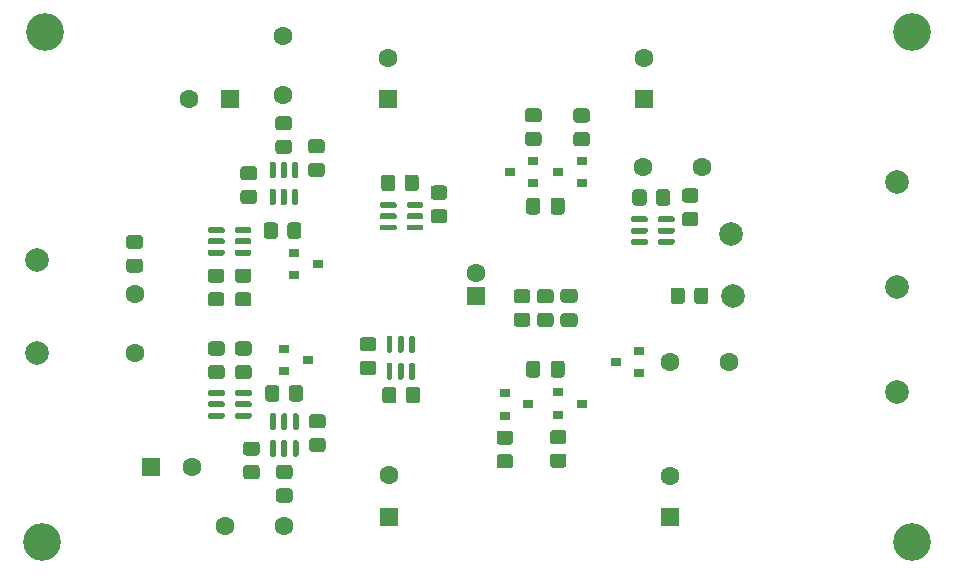
<source format=gbr>
G04 #@! TF.GenerationSoftware,KiCad,Pcbnew,(5.1.8-0-10_14)*
G04 #@! TF.CreationDate,2021-01-02T16:45:16+01:00*
G04 #@! TF.ProjectId,pre-amp-discret,7072652d-616d-4702-9d64-697363726574,rev?*
G04 #@! TF.SameCoordinates,Original*
G04 #@! TF.FileFunction,Soldermask,Top*
G04 #@! TF.FilePolarity,Negative*
%FSLAX46Y46*%
G04 Gerber Fmt 4.6, Leading zero omitted, Abs format (unit mm)*
G04 Created by KiCad (PCBNEW (5.1.8-0-10_14)) date 2021-01-02 16:45:16*
%MOMM*%
%LPD*%
G01*
G04 APERTURE LIST*
%ADD10C,1.600000*%
%ADD11R,1.600000X1.600000*%
%ADD12R,0.900000X0.800000*%
%ADD13C,2.000000*%
%ADD14C,3.200000*%
G04 APERTURE END LIST*
G36*
G01*
X145710100Y-133999000D02*
X145460100Y-133999000D01*
G75*
G02*
X145335100Y-133874000I0J125000D01*
G01*
X145335100Y-132699000D01*
G75*
G02*
X145460100Y-132574000I125000J0D01*
G01*
X145710100Y-132574000D01*
G75*
G02*
X145835100Y-132699000I0J-125000D01*
G01*
X145835100Y-133874000D01*
G75*
G02*
X145710100Y-133999000I-125000J0D01*
G01*
G37*
G36*
G01*
X146660100Y-133999000D02*
X146410100Y-133999000D01*
G75*
G02*
X146285100Y-133874000I0J125000D01*
G01*
X146285100Y-132699000D01*
G75*
G02*
X146410100Y-132574000I125000J0D01*
G01*
X146660100Y-132574000D01*
G75*
G02*
X146785100Y-132699000I0J-125000D01*
G01*
X146785100Y-133874000D01*
G75*
G02*
X146660100Y-133999000I-125000J0D01*
G01*
G37*
G36*
G01*
X147610100Y-133999000D02*
X147360100Y-133999000D01*
G75*
G02*
X147235100Y-133874000I0J125000D01*
G01*
X147235100Y-132699000D01*
G75*
G02*
X147360100Y-132574000I125000J0D01*
G01*
X147610100Y-132574000D01*
G75*
G02*
X147735100Y-132699000I0J-125000D01*
G01*
X147735100Y-133874000D01*
G75*
G02*
X147610100Y-133999000I-125000J0D01*
G01*
G37*
G36*
G01*
X147610100Y-136274000D02*
X147360100Y-136274000D01*
G75*
G02*
X147235100Y-136149000I0J125000D01*
G01*
X147235100Y-134974000D01*
G75*
G02*
X147360100Y-134849000I125000J0D01*
G01*
X147610100Y-134849000D01*
G75*
G02*
X147735100Y-134974000I0J-125000D01*
G01*
X147735100Y-136149000D01*
G75*
G02*
X147610100Y-136274000I-125000J0D01*
G01*
G37*
G36*
G01*
X146660100Y-136274000D02*
X146410100Y-136274000D01*
G75*
G02*
X146285100Y-136149000I0J125000D01*
G01*
X146285100Y-134974000D01*
G75*
G02*
X146410100Y-134849000I125000J0D01*
G01*
X146660100Y-134849000D01*
G75*
G02*
X146785100Y-134974000I0J-125000D01*
G01*
X146785100Y-136149000D01*
G75*
G02*
X146660100Y-136274000I-125000J0D01*
G01*
G37*
G36*
G01*
X145710100Y-136274000D02*
X145460100Y-136274000D01*
G75*
G02*
X145335100Y-136149000I0J125000D01*
G01*
X145335100Y-134974000D01*
G75*
G02*
X145460100Y-134849000I125000J0D01*
G01*
X145710100Y-134849000D01*
G75*
G02*
X145835100Y-134974000I0J-125000D01*
G01*
X145835100Y-136149000D01*
G75*
G02*
X145710100Y-136274000I-125000J0D01*
G01*
G37*
G36*
G01*
X142353000Y-130998500D02*
X142353000Y-130748500D01*
G75*
G02*
X142478000Y-130623500I125000J0D01*
G01*
X143653000Y-130623500D01*
G75*
G02*
X143778000Y-130748500I0J-125000D01*
G01*
X143778000Y-130998500D01*
G75*
G02*
X143653000Y-131123500I-125000J0D01*
G01*
X142478000Y-131123500D01*
G75*
G02*
X142353000Y-130998500I0J125000D01*
G01*
G37*
G36*
G01*
X142353000Y-131948500D02*
X142353000Y-131698500D01*
G75*
G02*
X142478000Y-131573500I125000J0D01*
G01*
X143653000Y-131573500D01*
G75*
G02*
X143778000Y-131698500I0J-125000D01*
G01*
X143778000Y-131948500D01*
G75*
G02*
X143653000Y-132073500I-125000J0D01*
G01*
X142478000Y-132073500D01*
G75*
G02*
X142353000Y-131948500I0J125000D01*
G01*
G37*
G36*
G01*
X142353000Y-132898500D02*
X142353000Y-132648500D01*
G75*
G02*
X142478000Y-132523500I125000J0D01*
G01*
X143653000Y-132523500D01*
G75*
G02*
X143778000Y-132648500I0J-125000D01*
G01*
X143778000Y-132898500D01*
G75*
G02*
X143653000Y-133023500I-125000J0D01*
G01*
X142478000Y-133023500D01*
G75*
G02*
X142353000Y-132898500I0J125000D01*
G01*
G37*
G36*
G01*
X140078000Y-132898500D02*
X140078000Y-132648500D01*
G75*
G02*
X140203000Y-132523500I125000J0D01*
G01*
X141378000Y-132523500D01*
G75*
G02*
X141503000Y-132648500I0J-125000D01*
G01*
X141503000Y-132898500D01*
G75*
G02*
X141378000Y-133023500I-125000J0D01*
G01*
X140203000Y-133023500D01*
G75*
G02*
X140078000Y-132898500I0J125000D01*
G01*
G37*
G36*
G01*
X140078000Y-131948500D02*
X140078000Y-131698500D01*
G75*
G02*
X140203000Y-131573500I125000J0D01*
G01*
X141378000Y-131573500D01*
G75*
G02*
X141503000Y-131698500I0J-125000D01*
G01*
X141503000Y-131948500D01*
G75*
G02*
X141378000Y-132073500I-125000J0D01*
G01*
X140203000Y-132073500D01*
G75*
G02*
X140078000Y-131948500I0J125000D01*
G01*
G37*
G36*
G01*
X140078000Y-130998500D02*
X140078000Y-130748500D01*
G75*
G02*
X140203000Y-130623500I125000J0D01*
G01*
X141378000Y-130623500D01*
G75*
G02*
X141503000Y-130748500I0J-125000D01*
G01*
X141503000Y-130998500D01*
G75*
G02*
X141378000Y-131123500I-125000J0D01*
G01*
X140203000Y-131123500D01*
G75*
G02*
X140078000Y-130998500I0J125000D01*
G01*
G37*
G36*
G01*
X177306000Y-117931700D02*
X177306000Y-118181700D01*
G75*
G02*
X177181000Y-118306700I-125000J0D01*
G01*
X176006000Y-118306700D01*
G75*
G02*
X175881000Y-118181700I0J125000D01*
G01*
X175881000Y-117931700D01*
G75*
G02*
X176006000Y-117806700I125000J0D01*
G01*
X177181000Y-117806700D01*
G75*
G02*
X177306000Y-117931700I0J-125000D01*
G01*
G37*
G36*
G01*
X177306000Y-116981700D02*
X177306000Y-117231700D01*
G75*
G02*
X177181000Y-117356700I-125000J0D01*
G01*
X176006000Y-117356700D01*
G75*
G02*
X175881000Y-117231700I0J125000D01*
G01*
X175881000Y-116981700D01*
G75*
G02*
X176006000Y-116856700I125000J0D01*
G01*
X177181000Y-116856700D01*
G75*
G02*
X177306000Y-116981700I0J-125000D01*
G01*
G37*
G36*
G01*
X177306000Y-116031700D02*
X177306000Y-116281700D01*
G75*
G02*
X177181000Y-116406700I-125000J0D01*
G01*
X176006000Y-116406700D01*
G75*
G02*
X175881000Y-116281700I0J125000D01*
G01*
X175881000Y-116031700D01*
G75*
G02*
X176006000Y-115906700I125000J0D01*
G01*
X177181000Y-115906700D01*
G75*
G02*
X177306000Y-116031700I0J-125000D01*
G01*
G37*
G36*
G01*
X179581000Y-116031700D02*
X179581000Y-116281700D01*
G75*
G02*
X179456000Y-116406700I-125000J0D01*
G01*
X178281000Y-116406700D01*
G75*
G02*
X178156000Y-116281700I0J125000D01*
G01*
X178156000Y-116031700D01*
G75*
G02*
X178281000Y-115906700I125000J0D01*
G01*
X179456000Y-115906700D01*
G75*
G02*
X179581000Y-116031700I0J-125000D01*
G01*
G37*
G36*
G01*
X179581000Y-116981700D02*
X179581000Y-117231700D01*
G75*
G02*
X179456000Y-117356700I-125000J0D01*
G01*
X178281000Y-117356700D01*
G75*
G02*
X178156000Y-117231700I0J125000D01*
G01*
X178156000Y-116981700D01*
G75*
G02*
X178281000Y-116856700I125000J0D01*
G01*
X179456000Y-116856700D01*
G75*
G02*
X179581000Y-116981700I0J-125000D01*
G01*
G37*
G36*
G01*
X179581000Y-117931700D02*
X179581000Y-118181700D01*
G75*
G02*
X179456000Y-118306700I-125000J0D01*
G01*
X178281000Y-118306700D01*
G75*
G02*
X178156000Y-118181700I0J125000D01*
G01*
X178156000Y-117931700D01*
G75*
G02*
X178281000Y-117806700I125000J0D01*
G01*
X179456000Y-117806700D01*
G75*
G02*
X179581000Y-117931700I0J-125000D01*
G01*
G37*
G36*
G01*
X156033500Y-116722700D02*
X156033500Y-116972700D01*
G75*
G02*
X155908500Y-117097700I-125000J0D01*
G01*
X154733500Y-117097700D01*
G75*
G02*
X154608500Y-116972700I0J125000D01*
G01*
X154608500Y-116722700D01*
G75*
G02*
X154733500Y-116597700I125000J0D01*
G01*
X155908500Y-116597700D01*
G75*
G02*
X156033500Y-116722700I0J-125000D01*
G01*
G37*
G36*
G01*
X156033500Y-115772700D02*
X156033500Y-116022700D01*
G75*
G02*
X155908500Y-116147700I-125000J0D01*
G01*
X154733500Y-116147700D01*
G75*
G02*
X154608500Y-116022700I0J125000D01*
G01*
X154608500Y-115772700D01*
G75*
G02*
X154733500Y-115647700I125000J0D01*
G01*
X155908500Y-115647700D01*
G75*
G02*
X156033500Y-115772700I0J-125000D01*
G01*
G37*
G36*
G01*
X156033500Y-114822700D02*
X156033500Y-115072700D01*
G75*
G02*
X155908500Y-115197700I-125000J0D01*
G01*
X154733500Y-115197700D01*
G75*
G02*
X154608500Y-115072700I0J125000D01*
G01*
X154608500Y-114822700D01*
G75*
G02*
X154733500Y-114697700I125000J0D01*
G01*
X155908500Y-114697700D01*
G75*
G02*
X156033500Y-114822700I0J-125000D01*
G01*
G37*
G36*
G01*
X158308500Y-114822700D02*
X158308500Y-115072700D01*
G75*
G02*
X158183500Y-115197700I-125000J0D01*
G01*
X157008500Y-115197700D01*
G75*
G02*
X156883500Y-115072700I0J125000D01*
G01*
X156883500Y-114822700D01*
G75*
G02*
X157008500Y-114697700I125000J0D01*
G01*
X158183500Y-114697700D01*
G75*
G02*
X158308500Y-114822700I0J-125000D01*
G01*
G37*
G36*
G01*
X158308500Y-115772700D02*
X158308500Y-116022700D01*
G75*
G02*
X158183500Y-116147700I-125000J0D01*
G01*
X157008500Y-116147700D01*
G75*
G02*
X156883500Y-116022700I0J125000D01*
G01*
X156883500Y-115772700D01*
G75*
G02*
X157008500Y-115647700I125000J0D01*
G01*
X158183500Y-115647700D01*
G75*
G02*
X158308500Y-115772700I0J-125000D01*
G01*
G37*
G36*
G01*
X158308500Y-116722700D02*
X158308500Y-116972700D01*
G75*
G02*
X158183500Y-117097700I-125000J0D01*
G01*
X157008500Y-117097700D01*
G75*
G02*
X156883500Y-116972700I0J125000D01*
G01*
X156883500Y-116722700D01*
G75*
G02*
X157008500Y-116597700I125000J0D01*
G01*
X158183500Y-116597700D01*
G75*
G02*
X158308500Y-116722700I0J-125000D01*
G01*
G37*
G36*
G01*
X142329300Y-117198600D02*
X142329300Y-116948600D01*
G75*
G02*
X142454300Y-116823600I125000J0D01*
G01*
X143629300Y-116823600D01*
G75*
G02*
X143754300Y-116948600I0J-125000D01*
G01*
X143754300Y-117198600D01*
G75*
G02*
X143629300Y-117323600I-125000J0D01*
G01*
X142454300Y-117323600D01*
G75*
G02*
X142329300Y-117198600I0J125000D01*
G01*
G37*
G36*
G01*
X142329300Y-118148600D02*
X142329300Y-117898600D01*
G75*
G02*
X142454300Y-117773600I125000J0D01*
G01*
X143629300Y-117773600D01*
G75*
G02*
X143754300Y-117898600I0J-125000D01*
G01*
X143754300Y-118148600D01*
G75*
G02*
X143629300Y-118273600I-125000J0D01*
G01*
X142454300Y-118273600D01*
G75*
G02*
X142329300Y-118148600I0J125000D01*
G01*
G37*
G36*
G01*
X142329300Y-119098600D02*
X142329300Y-118848600D01*
G75*
G02*
X142454300Y-118723600I125000J0D01*
G01*
X143629300Y-118723600D01*
G75*
G02*
X143754300Y-118848600I0J-125000D01*
G01*
X143754300Y-119098600D01*
G75*
G02*
X143629300Y-119223600I-125000J0D01*
G01*
X142454300Y-119223600D01*
G75*
G02*
X142329300Y-119098600I0J125000D01*
G01*
G37*
G36*
G01*
X140054300Y-119098600D02*
X140054300Y-118848600D01*
G75*
G02*
X140179300Y-118723600I125000J0D01*
G01*
X141354300Y-118723600D01*
G75*
G02*
X141479300Y-118848600I0J-125000D01*
G01*
X141479300Y-119098600D01*
G75*
G02*
X141354300Y-119223600I-125000J0D01*
G01*
X140179300Y-119223600D01*
G75*
G02*
X140054300Y-119098600I0J125000D01*
G01*
G37*
G36*
G01*
X140054300Y-118148600D02*
X140054300Y-117898600D01*
G75*
G02*
X140179300Y-117773600I125000J0D01*
G01*
X141354300Y-117773600D01*
G75*
G02*
X141479300Y-117898600I0J-125000D01*
G01*
X141479300Y-118148600D01*
G75*
G02*
X141354300Y-118273600I-125000J0D01*
G01*
X140179300Y-118273600D01*
G75*
G02*
X140054300Y-118148600I0J125000D01*
G01*
G37*
G36*
G01*
X140054300Y-117198600D02*
X140054300Y-116948600D01*
G75*
G02*
X140179300Y-116823600I125000J0D01*
G01*
X141354300Y-116823600D01*
G75*
G02*
X141479300Y-116948600I0J-125000D01*
G01*
X141479300Y-117198600D01*
G75*
G02*
X141354300Y-117323600I-125000J0D01*
G01*
X140179300Y-117323600D01*
G75*
G02*
X140054300Y-117198600I0J125000D01*
G01*
G37*
G36*
G01*
X145667000Y-112699400D02*
X145417000Y-112699400D01*
G75*
G02*
X145292000Y-112574400I0J125000D01*
G01*
X145292000Y-111399400D01*
G75*
G02*
X145417000Y-111274400I125000J0D01*
G01*
X145667000Y-111274400D01*
G75*
G02*
X145792000Y-111399400I0J-125000D01*
G01*
X145792000Y-112574400D01*
G75*
G02*
X145667000Y-112699400I-125000J0D01*
G01*
G37*
G36*
G01*
X146617000Y-112699400D02*
X146367000Y-112699400D01*
G75*
G02*
X146242000Y-112574400I0J125000D01*
G01*
X146242000Y-111399400D01*
G75*
G02*
X146367000Y-111274400I125000J0D01*
G01*
X146617000Y-111274400D01*
G75*
G02*
X146742000Y-111399400I0J-125000D01*
G01*
X146742000Y-112574400D01*
G75*
G02*
X146617000Y-112699400I-125000J0D01*
G01*
G37*
G36*
G01*
X147567000Y-112699400D02*
X147317000Y-112699400D01*
G75*
G02*
X147192000Y-112574400I0J125000D01*
G01*
X147192000Y-111399400D01*
G75*
G02*
X147317000Y-111274400I125000J0D01*
G01*
X147567000Y-111274400D01*
G75*
G02*
X147692000Y-111399400I0J-125000D01*
G01*
X147692000Y-112574400D01*
G75*
G02*
X147567000Y-112699400I-125000J0D01*
G01*
G37*
G36*
G01*
X147567000Y-114974400D02*
X147317000Y-114974400D01*
G75*
G02*
X147192000Y-114849400I0J125000D01*
G01*
X147192000Y-113674400D01*
G75*
G02*
X147317000Y-113549400I125000J0D01*
G01*
X147567000Y-113549400D01*
G75*
G02*
X147692000Y-113674400I0J-125000D01*
G01*
X147692000Y-114849400D01*
G75*
G02*
X147567000Y-114974400I-125000J0D01*
G01*
G37*
G36*
G01*
X146617000Y-114974400D02*
X146367000Y-114974400D01*
G75*
G02*
X146242000Y-114849400I0J125000D01*
G01*
X146242000Y-113674400D01*
G75*
G02*
X146367000Y-113549400I125000J0D01*
G01*
X146617000Y-113549400D01*
G75*
G02*
X146742000Y-113674400I0J-125000D01*
G01*
X146742000Y-114849400D01*
G75*
G02*
X146617000Y-114974400I-125000J0D01*
G01*
G37*
G36*
G01*
X145667000Y-114974400D02*
X145417000Y-114974400D01*
G75*
G02*
X145292000Y-114849400I0J125000D01*
G01*
X145292000Y-113674400D01*
G75*
G02*
X145417000Y-113549400I125000J0D01*
G01*
X145667000Y-113549400D01*
G75*
G02*
X145792000Y-113674400I0J-125000D01*
G01*
X145792000Y-114849400D01*
G75*
G02*
X145667000Y-114974400I-125000J0D01*
G01*
G37*
G36*
G01*
X157215300Y-128303800D02*
X157465300Y-128303800D01*
G75*
G02*
X157590300Y-128428800I0J-125000D01*
G01*
X157590300Y-129603800D01*
G75*
G02*
X157465300Y-129728800I-125000J0D01*
G01*
X157215300Y-129728800D01*
G75*
G02*
X157090300Y-129603800I0J125000D01*
G01*
X157090300Y-128428800D01*
G75*
G02*
X157215300Y-128303800I125000J0D01*
G01*
G37*
G36*
G01*
X156265300Y-128303800D02*
X156515300Y-128303800D01*
G75*
G02*
X156640300Y-128428800I0J-125000D01*
G01*
X156640300Y-129603800D01*
G75*
G02*
X156515300Y-129728800I-125000J0D01*
G01*
X156265300Y-129728800D01*
G75*
G02*
X156140300Y-129603800I0J125000D01*
G01*
X156140300Y-128428800D01*
G75*
G02*
X156265300Y-128303800I125000J0D01*
G01*
G37*
G36*
G01*
X155315300Y-128303800D02*
X155565300Y-128303800D01*
G75*
G02*
X155690300Y-128428800I0J-125000D01*
G01*
X155690300Y-129603800D01*
G75*
G02*
X155565300Y-129728800I-125000J0D01*
G01*
X155315300Y-129728800D01*
G75*
G02*
X155190300Y-129603800I0J125000D01*
G01*
X155190300Y-128428800D01*
G75*
G02*
X155315300Y-128303800I125000J0D01*
G01*
G37*
G36*
G01*
X155315300Y-126028800D02*
X155565300Y-126028800D01*
G75*
G02*
X155690300Y-126153800I0J-125000D01*
G01*
X155690300Y-127328800D01*
G75*
G02*
X155565300Y-127453800I-125000J0D01*
G01*
X155315300Y-127453800D01*
G75*
G02*
X155190300Y-127328800I0J125000D01*
G01*
X155190300Y-126153800D01*
G75*
G02*
X155315300Y-126028800I125000J0D01*
G01*
G37*
G36*
G01*
X156265300Y-126028800D02*
X156515300Y-126028800D01*
G75*
G02*
X156640300Y-126153800I0J-125000D01*
G01*
X156640300Y-127328800D01*
G75*
G02*
X156515300Y-127453800I-125000J0D01*
G01*
X156265300Y-127453800D01*
G75*
G02*
X156140300Y-127328800I0J125000D01*
G01*
X156140300Y-126153800D01*
G75*
G02*
X156265300Y-126028800I125000J0D01*
G01*
G37*
G36*
G01*
X157215300Y-126028800D02*
X157465300Y-126028800D01*
G75*
G02*
X157590300Y-126153800I0J-125000D01*
G01*
X157590300Y-127328800D01*
G75*
G02*
X157465300Y-127453800I-125000J0D01*
G01*
X157215300Y-127453800D01*
G75*
G02*
X157090300Y-127328800I0J125000D01*
G01*
X157090300Y-126153800D01*
G75*
G02*
X157215300Y-126028800I125000J0D01*
G01*
G37*
D10*
X176961800Y-102481500D03*
D11*
X176961800Y-105981500D03*
G36*
G01*
X146082599Y-138941000D02*
X146982601Y-138941000D01*
G75*
G02*
X147232600Y-139190999I0J-249999D01*
G01*
X147232600Y-139891001D01*
G75*
G02*
X146982601Y-140141000I-249999J0D01*
G01*
X146082599Y-140141000D01*
G75*
G02*
X145832600Y-139891001I0J249999D01*
G01*
X145832600Y-139190999D01*
G75*
G02*
X146082599Y-138941000I249999J0D01*
G01*
G37*
G36*
G01*
X146082599Y-136941000D02*
X146982601Y-136941000D01*
G75*
G02*
X147232600Y-137190999I0J-249999D01*
G01*
X147232600Y-137891001D01*
G75*
G02*
X146982601Y-138141000I-249999J0D01*
G01*
X146082599Y-138141000D01*
G75*
G02*
X145832600Y-137891001I0J249999D01*
G01*
X145832600Y-137190999D01*
G75*
G02*
X146082599Y-136941000I249999J0D01*
G01*
G37*
G36*
G01*
X146110500Y-130436199D02*
X146110500Y-131336201D01*
G75*
G02*
X145860501Y-131586200I-249999J0D01*
G01*
X145160499Y-131586200D01*
G75*
G02*
X144910500Y-131336201I0J249999D01*
G01*
X144910500Y-130436199D01*
G75*
G02*
X145160499Y-130186200I249999J0D01*
G01*
X145860501Y-130186200D01*
G75*
G02*
X146110500Y-130436199I0J-249999D01*
G01*
G37*
G36*
G01*
X148110500Y-130436199D02*
X148110500Y-131336201D01*
G75*
G02*
X147860501Y-131586200I-249999J0D01*
G01*
X147160499Y-131586200D01*
G75*
G02*
X146910500Y-131336201I0J249999D01*
G01*
X146910500Y-130436199D01*
G75*
G02*
X147160499Y-130186200I249999J0D01*
G01*
X147860501Y-130186200D01*
G75*
G02*
X148110500Y-130436199I0J-249999D01*
G01*
G37*
G36*
G01*
X145983500Y-116656699D02*
X145983500Y-117556701D01*
G75*
G02*
X145733501Y-117806700I-249999J0D01*
G01*
X145033499Y-117806700D01*
G75*
G02*
X144783500Y-117556701I0J249999D01*
G01*
X144783500Y-116656699D01*
G75*
G02*
X145033499Y-116406700I249999J0D01*
G01*
X145733501Y-116406700D01*
G75*
G02*
X145983500Y-116656699I0J-249999D01*
G01*
G37*
G36*
G01*
X147983500Y-116656699D02*
X147983500Y-117556701D01*
G75*
G02*
X147733501Y-117806700I-249999J0D01*
G01*
X147033499Y-117806700D01*
G75*
G02*
X146783500Y-117556701I0J249999D01*
G01*
X146783500Y-116656699D01*
G75*
G02*
X147033499Y-116406700I249999J0D01*
G01*
X147733501Y-116406700D01*
G75*
G02*
X147983500Y-116656699I0J-249999D01*
G01*
G37*
G36*
G01*
X146031799Y-109420100D02*
X146931801Y-109420100D01*
G75*
G02*
X147181800Y-109670099I0J-249999D01*
G01*
X147181800Y-110370101D01*
G75*
G02*
X146931801Y-110620100I-249999J0D01*
G01*
X146031799Y-110620100D01*
G75*
G02*
X145781800Y-110370101I0J249999D01*
G01*
X145781800Y-109670099D01*
G75*
G02*
X146031799Y-109420100I249999J0D01*
G01*
G37*
G36*
G01*
X146031799Y-107420100D02*
X146931801Y-107420100D01*
G75*
G02*
X147181800Y-107670099I0J-249999D01*
G01*
X147181800Y-108370101D01*
G75*
G02*
X146931801Y-108620100I-249999J0D01*
G01*
X146031799Y-108620100D01*
G75*
G02*
X145781800Y-108370101I0J249999D01*
G01*
X145781800Y-107670099D01*
G75*
G02*
X146031799Y-107420100I249999J0D01*
G01*
G37*
D12*
X148532600Y-128043900D03*
X146532600Y-128993900D03*
X146532600Y-127093900D03*
X149383500Y-119949000D03*
X147383500Y-120899000D03*
X147383500Y-118999000D03*
D10*
X155422600Y-137845800D03*
D11*
X155422600Y-141345800D03*
D10*
X155346400Y-102506900D03*
D11*
X155346400Y-106006900D03*
G36*
G01*
X143301299Y-136972500D02*
X144201301Y-136972500D01*
G75*
G02*
X144451300Y-137222499I0J-249999D01*
G01*
X144451300Y-137922501D01*
G75*
G02*
X144201301Y-138172500I-249999J0D01*
G01*
X143301299Y-138172500D01*
G75*
G02*
X143051300Y-137922501I0J249999D01*
G01*
X143051300Y-137222499D01*
G75*
G02*
X143301299Y-136972500I249999J0D01*
G01*
G37*
G36*
G01*
X143301299Y-134972500D02*
X144201301Y-134972500D01*
G75*
G02*
X144451300Y-135222499I0J-249999D01*
G01*
X144451300Y-135922501D01*
G75*
G02*
X144201301Y-136172500I-249999J0D01*
G01*
X143301299Y-136172500D01*
G75*
G02*
X143051300Y-135922501I0J249999D01*
G01*
X143051300Y-135222499D01*
G75*
G02*
X143301299Y-134972500I249999J0D01*
G01*
G37*
D10*
X162775900Y-120669300D03*
D11*
X162775900Y-122669300D03*
D12*
X165614600Y-112130800D03*
X167614600Y-111180800D03*
X167614600Y-113080800D03*
G36*
G01*
X180444700Y-122181199D02*
X180444700Y-123081201D01*
G75*
G02*
X180194701Y-123331200I-249999J0D01*
G01*
X179494699Y-123331200D01*
G75*
G02*
X179244700Y-123081201I0J249999D01*
G01*
X179244700Y-122181199D01*
G75*
G02*
X179494699Y-121931200I249999J0D01*
G01*
X180194701Y-121931200D01*
G75*
G02*
X180444700Y-122181199I0J-249999D01*
G01*
G37*
G36*
G01*
X182444700Y-122181199D02*
X182444700Y-123081201D01*
G75*
G02*
X182194701Y-123331200I-249999J0D01*
G01*
X181494699Y-123331200D01*
G75*
G02*
X181244700Y-123081201I0J249999D01*
G01*
X181244700Y-122181199D01*
G75*
G02*
X181494699Y-121931200I249999J0D01*
G01*
X182194701Y-121931200D01*
G75*
G02*
X182444700Y-122181199I0J-249999D01*
G01*
G37*
G36*
G01*
X181348801Y-114741500D02*
X180448799Y-114741500D01*
G75*
G02*
X180198800Y-114491501I0J249999D01*
G01*
X180198800Y-113791499D01*
G75*
G02*
X180448799Y-113541500I249999J0D01*
G01*
X181348801Y-113541500D01*
G75*
G02*
X181598800Y-113791499I0J-249999D01*
G01*
X181598800Y-114491501D01*
G75*
G02*
X181348801Y-114741500I-249999J0D01*
G01*
G37*
G36*
G01*
X181348801Y-116741500D02*
X180448799Y-116741500D01*
G75*
G02*
X180198800Y-116491501I0J249999D01*
G01*
X180198800Y-115791499D01*
G75*
G02*
X180448799Y-115541500I249999J0D01*
G01*
X181348801Y-115541500D01*
G75*
G02*
X181598800Y-115791499I0J-249999D01*
G01*
X181598800Y-116491501D01*
G75*
G02*
X181348801Y-116741500I-249999J0D01*
G01*
G37*
G36*
G01*
X169272799Y-135994600D02*
X170172801Y-135994600D01*
G75*
G02*
X170422800Y-136244599I0J-249999D01*
G01*
X170422800Y-136944601D01*
G75*
G02*
X170172801Y-137194600I-249999J0D01*
G01*
X169272799Y-137194600D01*
G75*
G02*
X169022800Y-136944601I0J249999D01*
G01*
X169022800Y-136244599D01*
G75*
G02*
X169272799Y-135994600I249999J0D01*
G01*
G37*
G36*
G01*
X169272799Y-133994600D02*
X170172801Y-133994600D01*
G75*
G02*
X170422800Y-134244599I0J-249999D01*
G01*
X170422800Y-134944601D01*
G75*
G02*
X170172801Y-135194600I-249999J0D01*
G01*
X169272799Y-135194600D01*
G75*
G02*
X169022800Y-134944601I0J249999D01*
G01*
X169022800Y-134244599D01*
G75*
G02*
X169272799Y-133994600I249999J0D01*
G01*
G37*
G36*
G01*
X167164599Y-108747000D02*
X168064601Y-108747000D01*
G75*
G02*
X168314600Y-108996999I0J-249999D01*
G01*
X168314600Y-109697001D01*
G75*
G02*
X168064601Y-109947000I-249999J0D01*
G01*
X167164599Y-109947000D01*
G75*
G02*
X166914600Y-109697001I0J249999D01*
G01*
X166914600Y-108996999D01*
G75*
G02*
X167164599Y-108747000I249999J0D01*
G01*
G37*
G36*
G01*
X167164599Y-106747000D02*
X168064601Y-106747000D01*
G75*
G02*
X168314600Y-106996999I0J-249999D01*
G01*
X168314600Y-107697001D01*
G75*
G02*
X168064601Y-107947000I-249999J0D01*
G01*
X167164599Y-107947000D01*
G75*
G02*
X166914600Y-107697001I0J249999D01*
G01*
X166914600Y-106996999D01*
G75*
G02*
X167164599Y-106747000I249999J0D01*
G01*
G37*
G36*
G01*
X154069201Y-127346000D02*
X153169199Y-127346000D01*
G75*
G02*
X152919200Y-127096001I0J249999D01*
G01*
X152919200Y-126395999D01*
G75*
G02*
X153169199Y-126146000I249999J0D01*
G01*
X154069201Y-126146000D01*
G75*
G02*
X154319200Y-126395999I0J-249999D01*
G01*
X154319200Y-127096001D01*
G75*
G02*
X154069201Y-127346000I-249999J0D01*
G01*
G37*
G36*
G01*
X154069201Y-129346000D02*
X153169199Y-129346000D01*
G75*
G02*
X152919200Y-129096001I0J249999D01*
G01*
X152919200Y-128395999D01*
G75*
G02*
X153169199Y-128146000I249999J0D01*
G01*
X154069201Y-128146000D01*
G75*
G02*
X154319200Y-128395999I0J-249999D01*
G01*
X154319200Y-129096001D01*
G75*
G02*
X154069201Y-129346000I-249999J0D01*
G01*
G37*
G36*
G01*
X142602799Y-122323300D02*
X143502801Y-122323300D01*
G75*
G02*
X143752800Y-122573299I0J-249999D01*
G01*
X143752800Y-123273301D01*
G75*
G02*
X143502801Y-123523300I-249999J0D01*
G01*
X142602799Y-123523300D01*
G75*
G02*
X142352800Y-123273301I0J249999D01*
G01*
X142352800Y-122573299D01*
G75*
G02*
X142602799Y-122323300I249999J0D01*
G01*
G37*
G36*
G01*
X142602799Y-120323300D02*
X143502801Y-120323300D01*
G75*
G02*
X143752800Y-120573299I0J-249999D01*
G01*
X143752800Y-121273301D01*
G75*
G02*
X143502801Y-121523300I-249999J0D01*
G01*
X142602799Y-121523300D01*
G75*
G02*
X142352800Y-121273301I0J249999D01*
G01*
X142352800Y-120573299D01*
G75*
G02*
X142602799Y-120323300I249999J0D01*
G01*
G37*
G36*
G01*
X148800399Y-111375900D02*
X149700401Y-111375900D01*
G75*
G02*
X149950400Y-111625899I0J-249999D01*
G01*
X149950400Y-112325901D01*
G75*
G02*
X149700401Y-112575900I-249999J0D01*
G01*
X148800399Y-112575900D01*
G75*
G02*
X148550400Y-112325901I0J249999D01*
G01*
X148550400Y-111625899D01*
G75*
G02*
X148800399Y-111375900I249999J0D01*
G01*
G37*
G36*
G01*
X148800399Y-109375900D02*
X149700401Y-109375900D01*
G75*
G02*
X149950400Y-109625899I0J-249999D01*
G01*
X149950400Y-110325901D01*
G75*
G02*
X149700401Y-110575900I-249999J0D01*
G01*
X148800399Y-110575900D01*
G75*
G02*
X148550400Y-110325901I0J249999D01*
G01*
X148550400Y-109625899D01*
G75*
G02*
X148800399Y-109375900I249999J0D01*
G01*
G37*
G36*
G01*
X156029200Y-130588599D02*
X156029200Y-131488601D01*
G75*
G02*
X155779201Y-131738600I-249999J0D01*
G01*
X155079199Y-131738600D01*
G75*
G02*
X154829200Y-131488601I0J249999D01*
G01*
X154829200Y-130588599D01*
G75*
G02*
X155079199Y-130338600I249999J0D01*
G01*
X155779201Y-130338600D01*
G75*
G02*
X156029200Y-130588599I0J-249999D01*
G01*
G37*
G36*
G01*
X158029200Y-130588599D02*
X158029200Y-131488601D01*
G75*
G02*
X157779201Y-131738600I-249999J0D01*
G01*
X157079199Y-131738600D01*
G75*
G02*
X156829200Y-131488601I0J249999D01*
G01*
X156829200Y-130588599D01*
G75*
G02*
X157079199Y-130338600I249999J0D01*
G01*
X157779201Y-130338600D01*
G75*
G02*
X158029200Y-130588599I0J-249999D01*
G01*
G37*
G36*
G01*
X140304099Y-122336000D02*
X141204101Y-122336000D01*
G75*
G02*
X141454100Y-122585999I0J-249999D01*
G01*
X141454100Y-123286001D01*
G75*
G02*
X141204101Y-123536000I-249999J0D01*
G01*
X140304099Y-123536000D01*
G75*
G02*
X140054100Y-123286001I0J249999D01*
G01*
X140054100Y-122585999D01*
G75*
G02*
X140304099Y-122336000I249999J0D01*
G01*
G37*
G36*
G01*
X140304099Y-120336000D02*
X141204101Y-120336000D01*
G75*
G02*
X141454100Y-120585999I0J-249999D01*
G01*
X141454100Y-121286001D01*
G75*
G02*
X141204101Y-121536000I-249999J0D01*
G01*
X140304099Y-121536000D01*
G75*
G02*
X140054100Y-121286001I0J249999D01*
G01*
X140054100Y-120585999D01*
G75*
G02*
X140304099Y-120336000I249999J0D01*
G01*
G37*
G36*
G01*
X143072699Y-113661900D02*
X143972701Y-113661900D01*
G75*
G02*
X144222700Y-113911899I0J-249999D01*
G01*
X144222700Y-114611901D01*
G75*
G02*
X143972701Y-114861900I-249999J0D01*
G01*
X143072699Y-114861900D01*
G75*
G02*
X142822700Y-114611901I0J249999D01*
G01*
X142822700Y-113911899D01*
G75*
G02*
X143072699Y-113661900I249999J0D01*
G01*
G37*
G36*
G01*
X143072699Y-111661900D02*
X143972701Y-111661900D01*
G75*
G02*
X144222700Y-111911899I0J-249999D01*
G01*
X144222700Y-112611901D01*
G75*
G02*
X143972701Y-112861900I-249999J0D01*
G01*
X143072699Y-112861900D01*
G75*
G02*
X142822700Y-112611901I0J249999D01*
G01*
X142822700Y-111911899D01*
G75*
G02*
X143072699Y-111661900I249999J0D01*
G01*
G37*
G36*
G01*
X168184500Y-114561600D02*
X168184500Y-115511600D01*
G75*
G02*
X167934500Y-115761600I-250000J0D01*
G01*
X167259500Y-115761600D01*
G75*
G02*
X167009500Y-115511600I0J250000D01*
G01*
X167009500Y-114561600D01*
G75*
G02*
X167259500Y-114311600I250000J0D01*
G01*
X167934500Y-114311600D01*
G75*
G02*
X168184500Y-114561600I0J-250000D01*
G01*
G37*
G36*
G01*
X170259500Y-114561600D02*
X170259500Y-115511600D01*
G75*
G02*
X170009500Y-115761600I-250000J0D01*
G01*
X169334500Y-115761600D01*
G75*
G02*
X169084500Y-115511600I0J250000D01*
G01*
X169084500Y-114561600D01*
G75*
G02*
X169334500Y-114311600I250000J0D01*
G01*
X170009500Y-114311600D01*
G75*
G02*
X170259500Y-114561600I0J-250000D01*
G01*
G37*
D10*
X138734800Y-137121900D03*
D11*
X135234800Y-137121900D03*
D10*
X138422500Y-105981500D03*
D11*
X141922500Y-105981500D03*
D10*
X179171600Y-137901800D03*
D11*
X179171600Y-141401800D03*
D10*
X141494500Y-142125700D03*
X146494500Y-142125700D03*
X146456400Y-105634800D03*
X146456400Y-100634800D03*
X184184300Y-128206500D03*
X179184300Y-128206500D03*
X176923700Y-111696500D03*
X181923700Y-111696500D03*
D13*
X184327800Y-117398800D03*
X184492900Y-122618500D03*
X198374000Y-121920000D03*
X125603000Y-127508000D03*
X198374000Y-130810000D03*
X125603000Y-119634000D03*
X198374000Y-113030000D03*
D12*
X174606200Y-128229400D03*
X176606200Y-127279400D03*
X176606200Y-129179400D03*
G36*
G01*
X156721000Y-113518101D02*
X156721000Y-112618099D01*
G75*
G02*
X156970999Y-112368100I249999J0D01*
G01*
X157671001Y-112368100D01*
G75*
G02*
X157921000Y-112618099I0J-249999D01*
G01*
X157921000Y-113518101D01*
G75*
G02*
X157671001Y-113768100I-249999J0D01*
G01*
X156970999Y-113768100D01*
G75*
G02*
X156721000Y-113518101I0J249999D01*
G01*
G37*
G36*
G01*
X154721000Y-113518101D02*
X154721000Y-112618099D01*
G75*
G02*
X154970999Y-112368100I249999J0D01*
G01*
X155671001Y-112368100D01*
G75*
G02*
X155921000Y-112618099I0J-249999D01*
G01*
X155921000Y-113518101D01*
G75*
G02*
X155671001Y-113768100I-249999J0D01*
G01*
X154970999Y-113768100D01*
G75*
G02*
X154721000Y-113518101I0J249999D01*
G01*
G37*
G36*
G01*
X168184500Y-128366500D02*
X168184500Y-129316500D01*
G75*
G02*
X167934500Y-129566500I-250000J0D01*
G01*
X167259500Y-129566500D01*
G75*
G02*
X167009500Y-129316500I0J250000D01*
G01*
X167009500Y-128366500D01*
G75*
G02*
X167259500Y-128116500I250000J0D01*
G01*
X167934500Y-128116500D01*
G75*
G02*
X168184500Y-128366500I0J-250000D01*
G01*
G37*
G36*
G01*
X170259500Y-128366500D02*
X170259500Y-129316500D01*
G75*
G02*
X170009500Y-129566500I-250000J0D01*
G01*
X169334500Y-129566500D01*
G75*
G02*
X169084500Y-129316500I0J250000D01*
G01*
X169084500Y-128366500D01*
G75*
G02*
X169334500Y-128116500I250000J0D01*
G01*
X170009500Y-128116500D01*
G75*
G02*
X170259500Y-128366500I0J-250000D01*
G01*
G37*
G36*
G01*
X170162200Y-124113800D02*
X171112200Y-124113800D01*
G75*
G02*
X171362200Y-124363800I0J-250000D01*
G01*
X171362200Y-125038800D01*
G75*
G02*
X171112200Y-125288800I-250000J0D01*
G01*
X170162200Y-125288800D01*
G75*
G02*
X169912200Y-125038800I0J250000D01*
G01*
X169912200Y-124363800D01*
G75*
G02*
X170162200Y-124113800I250000J0D01*
G01*
G37*
G36*
G01*
X170162200Y-122038800D02*
X171112200Y-122038800D01*
G75*
G02*
X171362200Y-122288800I0J-250000D01*
G01*
X171362200Y-122963800D01*
G75*
G02*
X171112200Y-123213800I-250000J0D01*
G01*
X170162200Y-123213800D01*
G75*
G02*
X169912200Y-122963800I0J250000D01*
G01*
X169912200Y-122288800D01*
G75*
G02*
X170162200Y-122038800I250000J0D01*
G01*
G37*
G36*
G01*
X134308001Y-118675200D02*
X133407999Y-118675200D01*
G75*
G02*
X133158000Y-118425201I0J249999D01*
G01*
X133158000Y-117725199D01*
G75*
G02*
X133407999Y-117475200I249999J0D01*
G01*
X134308001Y-117475200D01*
G75*
G02*
X134558000Y-117725199I0J-249999D01*
G01*
X134558000Y-118425201D01*
G75*
G02*
X134308001Y-118675200I-249999J0D01*
G01*
G37*
G36*
G01*
X134308001Y-120675200D02*
X133407999Y-120675200D01*
G75*
G02*
X133158000Y-120425201I0J249999D01*
G01*
X133158000Y-119725199D01*
G75*
G02*
X133407999Y-119475200I249999J0D01*
G01*
X134308001Y-119475200D01*
G75*
G02*
X134558000Y-119725199I0J-249999D01*
G01*
X134558000Y-120425201D01*
G75*
G02*
X134308001Y-120675200I-249999J0D01*
G01*
G37*
G36*
G01*
X178006200Y-114762701D02*
X178006200Y-113862699D01*
G75*
G02*
X178256199Y-113612700I249999J0D01*
G01*
X178956201Y-113612700D01*
G75*
G02*
X179206200Y-113862699I0J-249999D01*
G01*
X179206200Y-114762701D01*
G75*
G02*
X178956201Y-115012700I-249999J0D01*
G01*
X178256199Y-115012700D01*
G75*
G02*
X178006200Y-114762701I0J249999D01*
G01*
G37*
G36*
G01*
X176006200Y-114762701D02*
X176006200Y-113862699D01*
G75*
G02*
X176256199Y-113612700I249999J0D01*
G01*
X176956201Y-113612700D01*
G75*
G02*
X177206200Y-113862699I0J-249999D01*
G01*
X177206200Y-114762701D01*
G75*
G02*
X176956201Y-115012700I-249999J0D01*
G01*
X176256199Y-115012700D01*
G75*
G02*
X176006200Y-114762701I0J249999D01*
G01*
G37*
G36*
G01*
X171253999Y-108772400D02*
X172154001Y-108772400D01*
G75*
G02*
X172404000Y-109022399I0J-249999D01*
G01*
X172404000Y-109722401D01*
G75*
G02*
X172154001Y-109972400I-249999J0D01*
G01*
X171253999Y-109972400D01*
G75*
G02*
X171004000Y-109722401I0J249999D01*
G01*
X171004000Y-109022399D01*
G75*
G02*
X171253999Y-108772400I249999J0D01*
G01*
G37*
G36*
G01*
X171253999Y-106772400D02*
X172154001Y-106772400D01*
G75*
G02*
X172404000Y-107022399I0J-249999D01*
G01*
X172404000Y-107722401D01*
G75*
G02*
X172154001Y-107972400I-249999J0D01*
G01*
X171253999Y-107972400D01*
G75*
G02*
X171004000Y-107722401I0J249999D01*
G01*
X171004000Y-107022399D01*
G75*
G02*
X171253999Y-106772400I249999J0D01*
G01*
G37*
G36*
G01*
X164751599Y-136045400D02*
X165651601Y-136045400D01*
G75*
G02*
X165901600Y-136295399I0J-249999D01*
G01*
X165901600Y-136995401D01*
G75*
G02*
X165651601Y-137245400I-249999J0D01*
G01*
X164751599Y-137245400D01*
G75*
G02*
X164501600Y-136995401I0J249999D01*
G01*
X164501600Y-136295399D01*
G75*
G02*
X164751599Y-136045400I249999J0D01*
G01*
G37*
G36*
G01*
X164751599Y-134045400D02*
X165651601Y-134045400D01*
G75*
G02*
X165901600Y-134295399I0J-249999D01*
G01*
X165901600Y-134995401D01*
G75*
G02*
X165651601Y-135245400I-249999J0D01*
G01*
X164751599Y-135245400D01*
G75*
G02*
X164501600Y-134995401I0J249999D01*
G01*
X164501600Y-134295399D01*
G75*
G02*
X164751599Y-134045400I249999J0D01*
G01*
G37*
G36*
G01*
X168180599Y-124075900D02*
X169080601Y-124075900D01*
G75*
G02*
X169330600Y-124325899I0J-249999D01*
G01*
X169330600Y-125025901D01*
G75*
G02*
X169080601Y-125275900I-249999J0D01*
G01*
X168180599Y-125275900D01*
G75*
G02*
X167930600Y-125025901I0J249999D01*
G01*
X167930600Y-124325899D01*
G75*
G02*
X168180599Y-124075900I249999J0D01*
G01*
G37*
G36*
G01*
X168180599Y-122075900D02*
X169080601Y-122075900D01*
G75*
G02*
X169330600Y-122325899I0J-249999D01*
G01*
X169330600Y-123025901D01*
G75*
G02*
X169080601Y-123275900I-249999J0D01*
G01*
X168180599Y-123275900D01*
G75*
G02*
X167930600Y-123025901I0J249999D01*
G01*
X167930600Y-122325899D01*
G75*
G02*
X168180599Y-122075900I249999J0D01*
G01*
G37*
G36*
G01*
X167099401Y-123263200D02*
X166199399Y-123263200D01*
G75*
G02*
X165949400Y-123013201I0J249999D01*
G01*
X165949400Y-122313199D01*
G75*
G02*
X166199399Y-122063200I249999J0D01*
G01*
X167099401Y-122063200D01*
G75*
G02*
X167349400Y-122313199I0J-249999D01*
G01*
X167349400Y-123013201D01*
G75*
G02*
X167099401Y-123263200I-249999J0D01*
G01*
G37*
G36*
G01*
X167099401Y-125263200D02*
X166199399Y-125263200D01*
G75*
G02*
X165949400Y-125013201I0J249999D01*
G01*
X165949400Y-124313199D01*
G75*
G02*
X166199399Y-124063200I249999J0D01*
G01*
X167099401Y-124063200D01*
G75*
G02*
X167349400Y-124313199I0J-249999D01*
G01*
X167349400Y-125013201D01*
G75*
G02*
X167099401Y-125263200I-249999J0D01*
G01*
G37*
G36*
G01*
X160076301Y-114487500D02*
X159176299Y-114487500D01*
G75*
G02*
X158926300Y-114237501I0J249999D01*
G01*
X158926300Y-113537499D01*
G75*
G02*
X159176299Y-113287500I249999J0D01*
G01*
X160076301Y-113287500D01*
G75*
G02*
X160326300Y-113537499I0J-249999D01*
G01*
X160326300Y-114237501D01*
G75*
G02*
X160076301Y-114487500I-249999J0D01*
G01*
G37*
G36*
G01*
X160076301Y-116487500D02*
X159176299Y-116487500D01*
G75*
G02*
X158926300Y-116237501I0J249999D01*
G01*
X158926300Y-115537499D01*
G75*
G02*
X159176299Y-115287500I249999J0D01*
G01*
X160076301Y-115287500D01*
G75*
G02*
X160326300Y-115537499I0J-249999D01*
G01*
X160326300Y-116237501D01*
G75*
G02*
X160076301Y-116487500I-249999J0D01*
G01*
G37*
G36*
G01*
X148876599Y-134661100D02*
X149776601Y-134661100D01*
G75*
G02*
X150026600Y-134911099I0J-249999D01*
G01*
X150026600Y-135611101D01*
G75*
G02*
X149776601Y-135861100I-249999J0D01*
G01*
X148876599Y-135861100D01*
G75*
G02*
X148626600Y-135611101I0J249999D01*
G01*
X148626600Y-134911099D01*
G75*
G02*
X148876599Y-134661100I249999J0D01*
G01*
G37*
G36*
G01*
X148876599Y-132661100D02*
X149776601Y-132661100D01*
G75*
G02*
X150026600Y-132911099I0J-249999D01*
G01*
X150026600Y-133611101D01*
G75*
G02*
X149776601Y-133861100I-249999J0D01*
G01*
X148876599Y-133861100D01*
G75*
G02*
X148626600Y-133611101I0J249999D01*
G01*
X148626600Y-132911099D01*
G75*
G02*
X148876599Y-132661100I249999J0D01*
G01*
G37*
G36*
G01*
X142615499Y-128495500D02*
X143515501Y-128495500D01*
G75*
G02*
X143765500Y-128745499I0J-249999D01*
G01*
X143765500Y-129445501D01*
G75*
G02*
X143515501Y-129695500I-249999J0D01*
G01*
X142615499Y-129695500D01*
G75*
G02*
X142365500Y-129445501I0J249999D01*
G01*
X142365500Y-128745499D01*
G75*
G02*
X142615499Y-128495500I249999J0D01*
G01*
G37*
G36*
G01*
X142615499Y-126495500D02*
X143515501Y-126495500D01*
G75*
G02*
X143765500Y-126745499I0J-249999D01*
G01*
X143765500Y-127445501D01*
G75*
G02*
X143515501Y-127695500I-249999J0D01*
G01*
X142615499Y-127695500D01*
G75*
G02*
X142365500Y-127445501I0J249999D01*
G01*
X142365500Y-126745499D01*
G75*
G02*
X142615499Y-126495500I249999J0D01*
G01*
G37*
G36*
G01*
X140329499Y-128495500D02*
X141229501Y-128495500D01*
G75*
G02*
X141479500Y-128745499I0J-249999D01*
G01*
X141479500Y-129445501D01*
G75*
G02*
X141229501Y-129695500I-249999J0D01*
G01*
X140329499Y-129695500D01*
G75*
G02*
X140079500Y-129445501I0J249999D01*
G01*
X140079500Y-128745499D01*
G75*
G02*
X140329499Y-128495500I249999J0D01*
G01*
G37*
G36*
G01*
X140329499Y-126495500D02*
X141229501Y-126495500D01*
G75*
G02*
X141479500Y-126745499I0J-249999D01*
G01*
X141479500Y-127445501D01*
G75*
G02*
X141229501Y-127695500I-249999J0D01*
G01*
X140329499Y-127695500D01*
G75*
G02*
X140079500Y-127445501I0J249999D01*
G01*
X140079500Y-126745499D01*
G75*
G02*
X140329499Y-126495500I249999J0D01*
G01*
G37*
X171735500Y-131760000D03*
X169735500Y-132710000D03*
X169735500Y-130810000D03*
X169704000Y-112130800D03*
X171704000Y-111180800D03*
X171704000Y-113080800D03*
X167195500Y-131826000D03*
X165195500Y-132776000D03*
X165195500Y-130876000D03*
D14*
X126238000Y-100330000D03*
X125984000Y-143510000D03*
X199644000Y-143510000D03*
X199644000Y-100330000D03*
D10*
X133858000Y-127491500D03*
X133858000Y-122491500D03*
M02*

</source>
